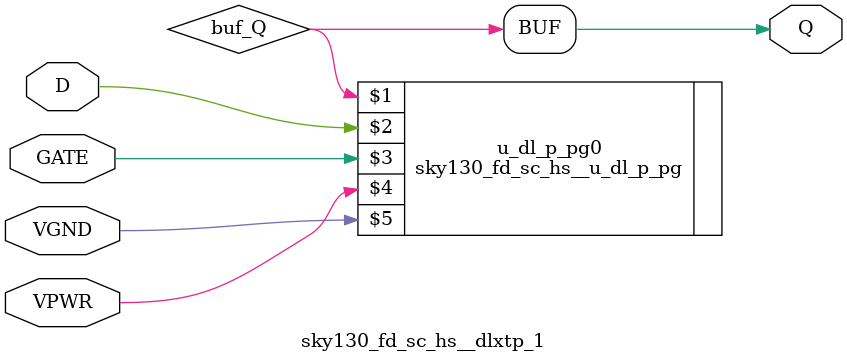
<source format=v>
/*
 * Copyright 2020 The SkyWater PDK Authors
 *
 * Licensed under the Apache License, Version 2.0 (the "License");
 * you may not use this file except in compliance with the License.
 * You may obtain a copy of the License at
 *
 *     https://www.apache.org/licenses/LICENSE-2.0
 *
 * Unless required by applicable law or agreed to in writing, software
 * distributed under the License is distributed on an "AS IS" BASIS,
 * WITHOUT WARRANTIES OR CONDITIONS OF ANY KIND, either express or implied.
 * See the License for the specific language governing permissions and
 * limitations under the License.
 *
 * SPDX-License-Identifier: Apache-2.0
*/


`ifndef SKY130_FD_SC_HS__DLXTP_1_FUNCTIONAL_PP_V
`define SKY130_FD_SC_HS__DLXTP_1_FUNCTIONAL_PP_V

/**
 * dlxtp: Delay latch, non-inverted enable, single output.
 *
 * Verilog simulation functional model.
 */

`timescale 1ns / 1ps
`default_nettype none

// Import sub cells.
`include "../u_dl_p_pg/sky130_fd_sc_hs__u_dl_p_pg.v"

`celldefine
module sky130_fd_sc_hs__dlxtp_1 (
    VPWR,
    VGND,
    Q   ,
    D   ,
    GATE
);

    // Module ports
    input  VPWR;
    input  VGND;
    output Q   ;
    input  D   ;
    input  GATE;

    // Local signals
    wire       GATE_delayed;
    wire       D_delayed   ;
    wire       buf_Q       ;

    //                         Name        Output  Other arguments
    sky130_fd_sc_hs__u_dl_p_pg u_dl_p_pg0 (buf_Q , D, GATE, VPWR, VGND);
    buf                        buf0       (Q     , buf_Q              );

endmodule
`endcelldefine

`default_nettype wire
`endif  // SKY130_FD_SC_HS__DLXTP_1_FUNCTIONAL_PP_V

</source>
